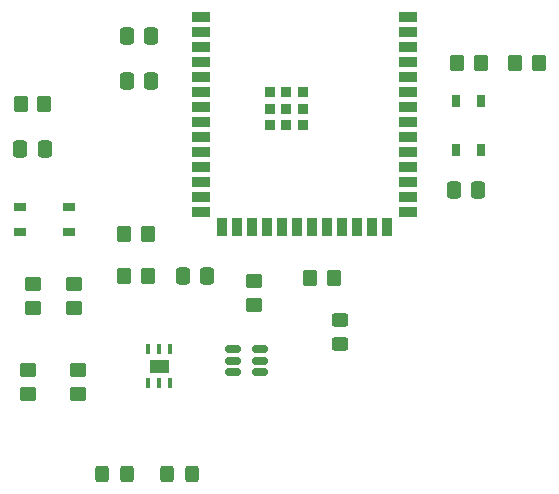
<source format=gtp>
G04 #@! TF.GenerationSoftware,KiCad,Pcbnew,8.0.8*
G04 #@! TF.CreationDate,2025-01-20T22:43:21+09:00*
G04 #@! TF.ProjectId,esp32_primary_board_v0.3.0,65737033-325f-4707-9269-6d6172795f62,rev?*
G04 #@! TF.SameCoordinates,Original*
G04 #@! TF.FileFunction,Paste,Top*
G04 #@! TF.FilePolarity,Positive*
%FSLAX46Y46*%
G04 Gerber Fmt 4.6, Leading zero omitted, Abs format (unit mm)*
G04 Created by KiCad (PCBNEW 8.0.8) date 2025-01-20 22:43:21*
%MOMM*%
%LPD*%
G01*
G04 APERTURE LIST*
G04 Aperture macros list*
%AMRoundRect*
0 Rectangle with rounded corners*
0 $1 Rounding radius*
0 $2 $3 $4 $5 $6 $7 $8 $9 X,Y pos of 4 corners*
0 Add a 4 corners polygon primitive as box body*
4,1,4,$2,$3,$4,$5,$6,$7,$8,$9,$2,$3,0*
0 Add four circle primitives for the rounded corners*
1,1,$1+$1,$2,$3*
1,1,$1+$1,$4,$5*
1,1,$1+$1,$6,$7*
1,1,$1+$1,$8,$9*
0 Add four rect primitives between the rounded corners*
20,1,$1+$1,$2,$3,$4,$5,0*
20,1,$1+$1,$4,$5,$6,$7,0*
20,1,$1+$1,$6,$7,$8,$9,0*
20,1,$1+$1,$8,$9,$2,$3,0*%
G04 Aperture macros list end*
%ADD10C,0.010000*%
%ADD11RoundRect,0.250000X0.450000X-0.350000X0.450000X0.350000X-0.450000X0.350000X-0.450000X-0.350000X0*%
%ADD12RoundRect,0.250000X0.325000X0.450000X-0.325000X0.450000X-0.325000X-0.450000X0.325000X-0.450000X0*%
%ADD13RoundRect,0.250000X0.450000X-0.325000X0.450000X0.325000X-0.450000X0.325000X-0.450000X-0.325000X0*%
%ADD14RoundRect,0.050000X-0.150000X0.380000X-0.150000X-0.380000X0.150000X-0.380000X0.150000X0.380000X0*%
%ADD15RoundRect,0.250000X0.350000X0.450000X-0.350000X0.450000X-0.350000X-0.450000X0.350000X-0.450000X0*%
%ADD16R,1.050000X0.650000*%
%ADD17RoundRect,0.250000X-0.350000X-0.450000X0.350000X-0.450000X0.350000X0.450000X-0.350000X0.450000X0*%
%ADD18RoundRect,0.250000X-0.337500X-0.475000X0.337500X-0.475000X0.337500X0.475000X-0.337500X0.475000X0*%
%ADD19R,0.650000X1.050000*%
%ADD20R,0.900000X0.900000*%
%ADD21R,1.500000X0.900000*%
%ADD22R,0.900000X1.500000*%
%ADD23RoundRect,0.150000X0.512500X0.150000X-0.512500X0.150000X-0.512500X-0.150000X0.512500X-0.150000X0*%
G04 APERTURE END LIST*
D10*
X129200000Y-131695000D02*
X127700000Y-131695000D01*
X127700000Y-130675000D01*
X129200000Y-130675000D01*
X129200000Y-131695000D01*
G36*
X129200000Y-131695000D02*
G01*
X127700000Y-131695000D01*
X127700000Y-130675000D01*
X129200000Y-130675000D01*
X129200000Y-131695000D01*
G37*
D11*
X136500000Y-126000000D03*
X136500000Y-124000000D03*
X117750000Y-126250000D03*
X117750000Y-124250000D03*
D12*
X125725000Y-140300000D03*
X123675000Y-140300000D03*
D13*
X143750000Y-129275000D03*
X143750000Y-127225000D03*
D14*
X129400000Y-129750000D03*
X128450000Y-129750000D03*
X127500000Y-129750000D03*
X127500000Y-132620000D03*
X128450000Y-132620000D03*
X129400000Y-132620000D03*
D15*
X155700000Y-105500000D03*
X153700000Y-105500000D03*
X127500000Y-120000000D03*
X125500000Y-120000000D03*
D16*
X120825000Y-119825000D03*
X116675000Y-119825000D03*
X120825000Y-117675000D03*
X116675000Y-117675000D03*
D17*
X125500000Y-123500000D03*
X127500000Y-123500000D03*
D12*
X131225000Y-140300000D03*
X129175000Y-140300000D03*
D18*
X125712500Y-107000000D03*
X127787500Y-107000000D03*
X130462500Y-123500000D03*
X132537500Y-123500000D03*
D11*
X121250000Y-126250000D03*
X121250000Y-124250000D03*
D18*
X153425000Y-116250000D03*
X155500000Y-116250000D03*
X116712500Y-112750000D03*
X118787500Y-112750000D03*
X125712500Y-103250000D03*
X127787500Y-103250000D03*
D19*
X155750000Y-108750000D03*
X155750000Y-112900000D03*
X153600000Y-108750000D03*
X153600000Y-112900000D03*
D15*
X143250000Y-123750000D03*
X141250000Y-123750000D03*
D20*
X137850000Y-107960000D03*
X137850000Y-109360000D03*
X137850000Y-110760000D03*
X139250000Y-107960000D03*
X139250000Y-109360000D03*
X139250000Y-110760000D03*
X140650000Y-107960000D03*
X140650000Y-109360000D03*
X140650000Y-110760000D03*
D21*
X132000000Y-101640000D03*
X132000000Y-102910000D03*
X132000000Y-104180000D03*
X132000000Y-105450000D03*
X132000000Y-106720000D03*
X132000000Y-107990000D03*
X132000000Y-109260000D03*
X132000000Y-110530000D03*
X132000000Y-111800000D03*
X132000000Y-113070000D03*
X132000000Y-114340000D03*
X132000000Y-115610000D03*
X132000000Y-116880000D03*
X132000000Y-118150000D03*
D22*
X133765000Y-119400000D03*
X135035000Y-119400000D03*
X136305000Y-119400000D03*
X137575000Y-119400000D03*
X138845000Y-119400000D03*
X140115000Y-119400000D03*
X141385000Y-119400000D03*
X142655000Y-119400000D03*
X143925000Y-119400000D03*
X145195000Y-119400000D03*
X146465000Y-119400000D03*
X147735000Y-119400000D03*
D21*
X149500000Y-118150000D03*
X149500000Y-116880000D03*
X149500000Y-115610000D03*
X149500000Y-114340000D03*
X149500000Y-113070000D03*
X149500000Y-111800000D03*
X149500000Y-110530000D03*
X149500000Y-109260000D03*
X149500000Y-107990000D03*
X149500000Y-106720000D03*
X149500000Y-105450000D03*
X149500000Y-104180000D03*
X149500000Y-102910000D03*
X149500000Y-101640000D03*
D15*
X160600000Y-105500000D03*
X158600000Y-105500000D03*
D23*
X137025000Y-131650000D03*
X137025000Y-130700000D03*
X137025000Y-129750000D03*
X134750000Y-129750000D03*
X134750000Y-130700000D03*
X134750000Y-131650000D03*
D11*
X121600000Y-133500000D03*
X121600000Y-131500000D03*
X117350000Y-133500000D03*
X117350000Y-131500000D03*
D15*
X118750000Y-109000000D03*
X116750000Y-109000000D03*
M02*

</source>
